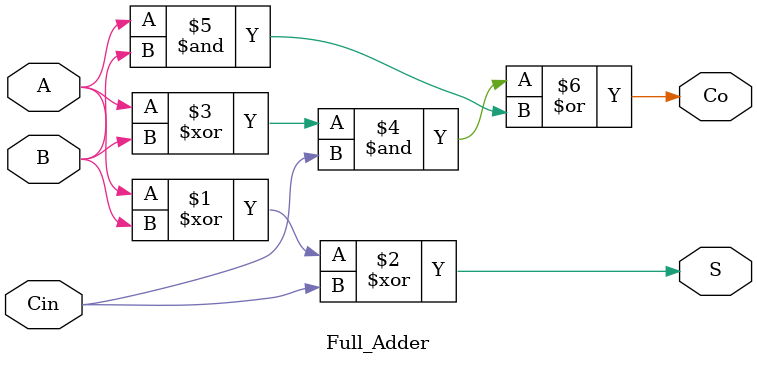
<source format=v>
`timescale 1ns / 1ps
module Full_Adder(
    input A,
    input B,
    input Cin,
    output S,
    output Co
    );
    assign S = A^B^Cin;
    assign Co = (A^B)&Cin | (A&B);
endmodule

</source>
